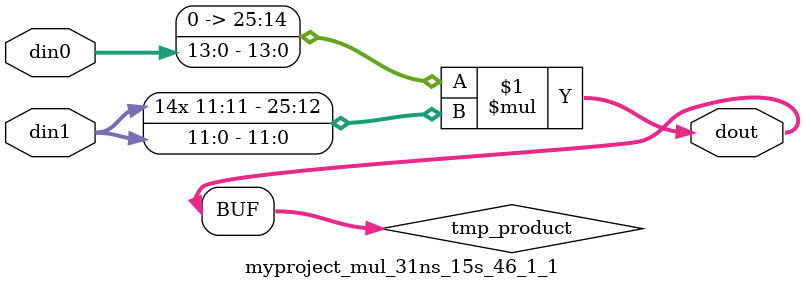
<source format=v>

`timescale 1 ns / 1 ps

  module myproject_mul_31ns_15s_46_1_1(din0, din1, dout);
parameter ID = 1;
parameter NUM_STAGE = 0;
parameter din0_WIDTH = 14;
parameter din1_WIDTH = 12;
parameter dout_WIDTH = 26;

input [din0_WIDTH - 1 : 0] din0; 
input [din1_WIDTH - 1 : 0] din1; 
output [dout_WIDTH - 1 : 0] dout;

wire signed [dout_WIDTH - 1 : 0] tmp_product;











assign tmp_product = $signed({1'b0, din0}) * $signed(din1);










assign dout = tmp_product;







endmodule

</source>
